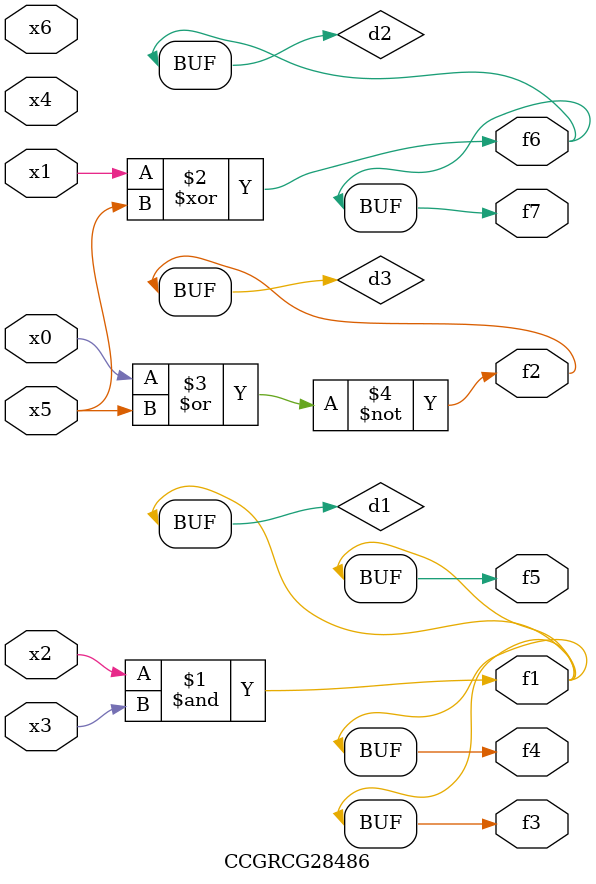
<source format=v>
module CCGRCG28486(
	input x0, x1, x2, x3, x4, x5, x6,
	output f1, f2, f3, f4, f5, f6, f7
);

	wire d1, d2, d3;

	and (d1, x2, x3);
	xor (d2, x1, x5);
	nor (d3, x0, x5);
	assign f1 = d1;
	assign f2 = d3;
	assign f3 = d1;
	assign f4 = d1;
	assign f5 = d1;
	assign f6 = d2;
	assign f7 = d2;
endmodule

</source>
